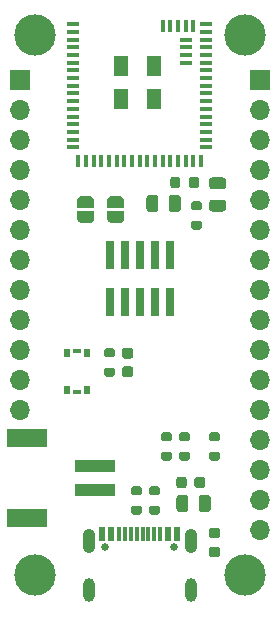
<source format=gbr>
%TF.GenerationSoftware,KiCad,Pcbnew,5.1.7-a382d34a8~88~ubuntu18.04.1*%
%TF.CreationDate,2022-09-03T09:09:10-04:00*%
%TF.ProjectId,project-MS88SF3-breakout,70726f6a-6563-4742-9d4d-533838534633,rev?*%
%TF.SameCoordinates,Original*%
%TF.FileFunction,Soldermask,Top*%
%TF.FilePolarity,Negative*%
%FSLAX46Y46*%
G04 Gerber Fmt 4.6, Leading zero omitted, Abs format (unit mm)*
G04 Created by KiCad (PCBNEW 5.1.7-a382d34a8~88~ubuntu18.04.1) date 2022-09-03 09:09:10*
%MOMM*%
%LPD*%
G01*
G04 APERTURE LIST*
%ADD10R,1.300000X1.800000*%
%ADD11R,1.100000X0.350000*%
%ADD12R,0.350000X1.100000*%
%ADD13O,1.700000X1.700000*%
%ADD14R,1.700000X1.700000*%
%ADD15R,0.300000X1.150000*%
%ADD16R,0.600000X1.150000*%
%ADD17C,0.650000*%
%ADD18O,1.050000X2.100000*%
%ADD19O,1.000000X2.000000*%
%ADD20R,0.700000X0.350000*%
%ADD21R,0.600000X0.650000*%
%ADD22R,3.400000X1.500000*%
%ADD23R,3.500000X1.000000*%
%ADD24C,3.500000*%
%ADD25C,0.100000*%
%ADD26R,0.740000X2.400000*%
G04 APERTURE END LIST*
%TO.C,C6*%
G36*
G01*
X53627000Y-97224000D02*
X54577000Y-97224000D01*
G75*
G02*
X54827000Y-97474000I0J-250000D01*
G01*
X54827000Y-97974000D01*
G75*
G02*
X54577000Y-98224000I-250000J0D01*
G01*
X53627000Y-98224000D01*
G75*
G02*
X53377000Y-97974000I0J250000D01*
G01*
X53377000Y-97474000D01*
G75*
G02*
X53627000Y-97224000I250000J0D01*
G01*
G37*
G36*
G01*
X53627000Y-95324000D02*
X54577000Y-95324000D01*
G75*
G02*
X54827000Y-95574000I0J-250000D01*
G01*
X54827000Y-96074000D01*
G75*
G02*
X54577000Y-96324000I-250000J0D01*
G01*
X53627000Y-96324000D01*
G75*
G02*
X53377000Y-96074000I0J250000D01*
G01*
X53377000Y-95574000D01*
G75*
G02*
X53627000Y-95324000I250000J0D01*
G01*
G37*
%TD*%
D10*
%TO.C,U1*%
X45948000Y-88721000D03*
X48748000Y-88721000D03*
X48748000Y-85871000D03*
X45948000Y-85871000D03*
D11*
X51398000Y-85621000D03*
X51398000Y-84971000D03*
X51398000Y-84321000D03*
X51398000Y-83671000D03*
D12*
X49448000Y-82471000D03*
X50098000Y-82471000D03*
X50748000Y-82471000D03*
X51398000Y-82471000D03*
X51998000Y-82471000D03*
D11*
X53098000Y-82371000D03*
X53098000Y-83021000D03*
X53098000Y-83671000D03*
X53098000Y-84321000D03*
X53098000Y-84971000D03*
X53098000Y-85621000D03*
X53098000Y-86271000D03*
X53098000Y-86921000D03*
X53098000Y-87571000D03*
X53098000Y-88221000D03*
X53098000Y-88871000D03*
X53098000Y-89521000D03*
X53098000Y-90171000D03*
X53098000Y-90821000D03*
X53098000Y-91471000D03*
X53098000Y-92121000D03*
X53098000Y-92771000D03*
D12*
X52698000Y-93971000D03*
X52048000Y-93971000D03*
X51398000Y-93971000D03*
X50748000Y-93971000D03*
X50098000Y-93971000D03*
X49448000Y-93971000D03*
X48798000Y-93971000D03*
X48148000Y-93971000D03*
X47498000Y-93971000D03*
X46848000Y-93971000D03*
X46198000Y-93971000D03*
X45548000Y-93971000D03*
X44898000Y-93971000D03*
X44248000Y-93971000D03*
X43598000Y-93971000D03*
X42948000Y-93971000D03*
X42298000Y-93971000D03*
D11*
X41898000Y-92771000D03*
X41898000Y-92121000D03*
X41898000Y-91471000D03*
X41898000Y-90821000D03*
X41898000Y-90171000D03*
X41898000Y-89521000D03*
X41898000Y-88871000D03*
X41898000Y-88221000D03*
X41898000Y-87571000D03*
X41898000Y-86921000D03*
X41898000Y-86271000D03*
X41898000Y-85621000D03*
X41898000Y-84971000D03*
X41898000Y-84321000D03*
X41898000Y-83671000D03*
X41898000Y-83021000D03*
X41898000Y-82371000D03*
%TD*%
D13*
%TO.C,J4*%
X37338000Y-115062000D03*
X37338000Y-112522000D03*
X37338000Y-109982000D03*
X37338000Y-107442000D03*
X37338000Y-104902000D03*
X37338000Y-102362000D03*
X37338000Y-99822000D03*
X37338000Y-97282000D03*
X37338000Y-94742000D03*
X37338000Y-92202000D03*
X37338000Y-89662000D03*
D14*
X37338000Y-87122000D03*
%TD*%
D15*
%TO.C,J3*%
X45748000Y-125547000D03*
X46248000Y-125547000D03*
X46748000Y-125547000D03*
X49248000Y-125547000D03*
X48748000Y-125547000D03*
X48248000Y-125547000D03*
X47248000Y-125547000D03*
X47748000Y-125547000D03*
D16*
X49898000Y-125547000D03*
X45098000Y-125547000D03*
X50698000Y-125547000D03*
X44298000Y-125547000D03*
D17*
X44608000Y-126622000D03*
X50388000Y-126622000D03*
D18*
X51818000Y-126122000D03*
X43178000Y-126122000D03*
D19*
X51818000Y-130302000D03*
X43178000Y-130302000D03*
%TD*%
D13*
%TO.C,J5*%
X57658000Y-125222000D03*
X57658000Y-122682000D03*
X57658000Y-120142000D03*
X57658000Y-117602000D03*
X57658000Y-115062000D03*
X57658000Y-112522000D03*
X57658000Y-109982000D03*
X57658000Y-107442000D03*
X57658000Y-104902000D03*
X57658000Y-102362000D03*
X57658000Y-99822000D03*
X57658000Y-97282000D03*
X57658000Y-94742000D03*
X57658000Y-92202000D03*
X57658000Y-89662000D03*
D14*
X57658000Y-87122000D03*
%TD*%
D20*
%TO.C,S1*%
X42164000Y-110035000D03*
X42164000Y-113485000D03*
D21*
X43014000Y-110185000D03*
X43014000Y-113335000D03*
X41314000Y-110185000D03*
X41314000Y-113335000D03*
%TD*%
D22*
%TO.C,J2*%
X37938000Y-117427000D03*
X37938000Y-124127000D03*
D23*
X43688000Y-119777000D03*
X43688000Y-121777000D03*
%TD*%
D24*
%TO.C,H2*%
X56388000Y-83312000D03*
%TD*%
%TO.C,H1*%
X38608000Y-83312000D03*
%TD*%
%TO.C,R7*%
G36*
G01*
X46969000Y-123107000D02*
X47519000Y-123107000D01*
G75*
G02*
X47719000Y-123307000I0J-200000D01*
G01*
X47719000Y-123707000D01*
G75*
G02*
X47519000Y-123907000I-200000J0D01*
G01*
X46969000Y-123907000D01*
G75*
G02*
X46769000Y-123707000I0J200000D01*
G01*
X46769000Y-123307000D01*
G75*
G02*
X46969000Y-123107000I200000J0D01*
G01*
G37*
G36*
G01*
X46969000Y-121457000D02*
X47519000Y-121457000D01*
G75*
G02*
X47719000Y-121657000I0J-200000D01*
G01*
X47719000Y-122057000D01*
G75*
G02*
X47519000Y-122257000I-200000J0D01*
G01*
X46969000Y-122257000D01*
G75*
G02*
X46769000Y-122057000I0J200000D01*
G01*
X46769000Y-121657000D01*
G75*
G02*
X46969000Y-121457000I200000J0D01*
G01*
G37*
%TD*%
%TO.C,R6*%
G36*
G01*
X48493000Y-123107000D02*
X49043000Y-123107000D01*
G75*
G02*
X49243000Y-123307000I0J-200000D01*
G01*
X49243000Y-123707000D01*
G75*
G02*
X49043000Y-123907000I-200000J0D01*
G01*
X48493000Y-123907000D01*
G75*
G02*
X48293000Y-123707000I0J200000D01*
G01*
X48293000Y-123307000D01*
G75*
G02*
X48493000Y-123107000I200000J0D01*
G01*
G37*
G36*
G01*
X48493000Y-121457000D02*
X49043000Y-121457000D01*
G75*
G02*
X49243000Y-121657000I0J-200000D01*
G01*
X49243000Y-122057000D01*
G75*
G02*
X49043000Y-122257000I-200000J0D01*
G01*
X48493000Y-122257000D01*
G75*
G02*
X48293000Y-122057000I0J200000D01*
G01*
X48293000Y-121657000D01*
G75*
G02*
X48493000Y-121457000I200000J0D01*
G01*
G37*
%TD*%
%TO.C,R5*%
G36*
G01*
X51583000Y-117685000D02*
X51033000Y-117685000D01*
G75*
G02*
X50833000Y-117485000I0J200000D01*
G01*
X50833000Y-117085000D01*
G75*
G02*
X51033000Y-116885000I200000J0D01*
G01*
X51583000Y-116885000D01*
G75*
G02*
X51783000Y-117085000I0J-200000D01*
G01*
X51783000Y-117485000D01*
G75*
G02*
X51583000Y-117685000I-200000J0D01*
G01*
G37*
G36*
G01*
X51583000Y-119335000D02*
X51033000Y-119335000D01*
G75*
G02*
X50833000Y-119135000I0J200000D01*
G01*
X50833000Y-118735000D01*
G75*
G02*
X51033000Y-118535000I200000J0D01*
G01*
X51583000Y-118535000D01*
G75*
G02*
X51783000Y-118735000I0J-200000D01*
G01*
X51783000Y-119135000D01*
G75*
G02*
X51583000Y-119335000I-200000J0D01*
G01*
G37*
%TD*%
%TO.C,R4*%
G36*
G01*
X50059000Y-117685000D02*
X49509000Y-117685000D01*
G75*
G02*
X49309000Y-117485000I0J200000D01*
G01*
X49309000Y-117085000D01*
G75*
G02*
X49509000Y-116885000I200000J0D01*
G01*
X50059000Y-116885000D01*
G75*
G02*
X50259000Y-117085000I0J-200000D01*
G01*
X50259000Y-117485000D01*
G75*
G02*
X50059000Y-117685000I-200000J0D01*
G01*
G37*
G36*
G01*
X50059000Y-119335000D02*
X49509000Y-119335000D01*
G75*
G02*
X49309000Y-119135000I0J200000D01*
G01*
X49309000Y-118735000D01*
G75*
G02*
X49509000Y-118535000I200000J0D01*
G01*
X50059000Y-118535000D01*
G75*
G02*
X50259000Y-118735000I0J-200000D01*
G01*
X50259000Y-119135000D01*
G75*
G02*
X50059000Y-119335000I-200000J0D01*
G01*
G37*
%TD*%
%TO.C,R3*%
G36*
G01*
X52599000Y-98127000D02*
X52049000Y-98127000D01*
G75*
G02*
X51849000Y-97927000I0J200000D01*
G01*
X51849000Y-97527000D01*
G75*
G02*
X52049000Y-97327000I200000J0D01*
G01*
X52599000Y-97327000D01*
G75*
G02*
X52799000Y-97527000I0J-200000D01*
G01*
X52799000Y-97927000D01*
G75*
G02*
X52599000Y-98127000I-200000J0D01*
G01*
G37*
G36*
G01*
X52599000Y-99777000D02*
X52049000Y-99777000D01*
G75*
G02*
X51849000Y-99577000I0J200000D01*
G01*
X51849000Y-99177000D01*
G75*
G02*
X52049000Y-98977000I200000J0D01*
G01*
X52599000Y-98977000D01*
G75*
G02*
X52799000Y-99177000I0J-200000D01*
G01*
X52799000Y-99577000D01*
G75*
G02*
X52599000Y-99777000I-200000J0D01*
G01*
G37*
%TD*%
%TO.C,R2*%
G36*
G01*
X54123000Y-117685000D02*
X53573000Y-117685000D01*
G75*
G02*
X53373000Y-117485000I0J200000D01*
G01*
X53373000Y-117085000D01*
G75*
G02*
X53573000Y-116885000I200000J0D01*
G01*
X54123000Y-116885000D01*
G75*
G02*
X54323000Y-117085000I0J-200000D01*
G01*
X54323000Y-117485000D01*
G75*
G02*
X54123000Y-117685000I-200000J0D01*
G01*
G37*
G36*
G01*
X54123000Y-119335000D02*
X53573000Y-119335000D01*
G75*
G02*
X53373000Y-119135000I0J200000D01*
G01*
X53373000Y-118735000D01*
G75*
G02*
X53573000Y-118535000I200000J0D01*
G01*
X54123000Y-118535000D01*
G75*
G02*
X54323000Y-118735000I0J-200000D01*
G01*
X54323000Y-119135000D01*
G75*
G02*
X54123000Y-119335000I-200000J0D01*
G01*
G37*
%TD*%
%TO.C,R1*%
G36*
G01*
X45233000Y-110573000D02*
X44683000Y-110573000D01*
G75*
G02*
X44483000Y-110373000I0J200000D01*
G01*
X44483000Y-109973000D01*
G75*
G02*
X44683000Y-109773000I200000J0D01*
G01*
X45233000Y-109773000D01*
G75*
G02*
X45433000Y-109973000I0J-200000D01*
G01*
X45433000Y-110373000D01*
G75*
G02*
X45233000Y-110573000I-200000J0D01*
G01*
G37*
G36*
G01*
X45233000Y-112223000D02*
X44683000Y-112223000D01*
G75*
G02*
X44483000Y-112023000I0J200000D01*
G01*
X44483000Y-111623000D01*
G75*
G02*
X44683000Y-111423000I200000J0D01*
G01*
X45233000Y-111423000D01*
G75*
G02*
X45433000Y-111623000I0J-200000D01*
G01*
X45433000Y-112023000D01*
G75*
G02*
X45233000Y-112223000I-200000J0D01*
G01*
G37*
%TD*%
%TO.C,L1*%
G36*
G01*
X51658000Y-96014250D02*
X51658000Y-95501750D01*
G75*
G02*
X51876750Y-95283000I218750J0D01*
G01*
X52314250Y-95283000D01*
G75*
G02*
X52533000Y-95501750I0J-218750D01*
G01*
X52533000Y-96014250D01*
G75*
G02*
X52314250Y-96233000I-218750J0D01*
G01*
X51876750Y-96233000D01*
G75*
G02*
X51658000Y-96014250I0J218750D01*
G01*
G37*
G36*
G01*
X50083000Y-96014250D02*
X50083000Y-95501750D01*
G75*
G02*
X50301750Y-95283000I218750J0D01*
G01*
X50739250Y-95283000D01*
G75*
G02*
X50958000Y-95501750I0J-218750D01*
G01*
X50958000Y-96014250D01*
G75*
G02*
X50739250Y-96233000I-218750J0D01*
G01*
X50301750Y-96233000D01*
G75*
G02*
X50083000Y-96014250I0J218750D01*
G01*
G37*
%TD*%
D25*
%TO.C,JP2*%
G36*
X42176602Y-97394000D02*
G01*
X42176602Y-97369466D01*
X42181412Y-97320635D01*
X42190984Y-97272510D01*
X42205228Y-97225555D01*
X42224005Y-97180222D01*
X42247136Y-97136949D01*
X42274396Y-97096150D01*
X42305524Y-97058221D01*
X42340221Y-97023524D01*
X42378150Y-96992396D01*
X42418949Y-96965136D01*
X42462222Y-96942005D01*
X42507555Y-96923228D01*
X42554510Y-96908984D01*
X42602635Y-96899412D01*
X42651466Y-96894602D01*
X42676000Y-96894602D01*
X42676000Y-96894000D01*
X43176000Y-96894000D01*
X43176000Y-96894602D01*
X43200534Y-96894602D01*
X43249365Y-96899412D01*
X43297490Y-96908984D01*
X43344445Y-96923228D01*
X43389778Y-96942005D01*
X43433051Y-96965136D01*
X43473850Y-96992396D01*
X43511779Y-97023524D01*
X43546476Y-97058221D01*
X43577604Y-97096150D01*
X43604864Y-97136949D01*
X43627995Y-97180222D01*
X43646772Y-97225555D01*
X43661016Y-97272510D01*
X43670588Y-97320635D01*
X43675398Y-97369466D01*
X43675398Y-97394000D01*
X43676000Y-97394000D01*
X43676000Y-97894000D01*
X42176000Y-97894000D01*
X42176000Y-97394000D01*
X42176602Y-97394000D01*
G37*
G36*
X43676000Y-98194000D02*
G01*
X43676000Y-98694000D01*
X43675398Y-98694000D01*
X43675398Y-98718534D01*
X43670588Y-98767365D01*
X43661016Y-98815490D01*
X43646772Y-98862445D01*
X43627995Y-98907778D01*
X43604864Y-98951051D01*
X43577604Y-98991850D01*
X43546476Y-99029779D01*
X43511779Y-99064476D01*
X43473850Y-99095604D01*
X43433051Y-99122864D01*
X43389778Y-99145995D01*
X43344445Y-99164772D01*
X43297490Y-99179016D01*
X43249365Y-99188588D01*
X43200534Y-99193398D01*
X43176000Y-99193398D01*
X43176000Y-99194000D01*
X42676000Y-99194000D01*
X42676000Y-99193398D01*
X42651466Y-99193398D01*
X42602635Y-99188588D01*
X42554510Y-99179016D01*
X42507555Y-99164772D01*
X42462222Y-99145995D01*
X42418949Y-99122864D01*
X42378150Y-99095604D01*
X42340221Y-99064476D01*
X42305524Y-99029779D01*
X42274396Y-98991850D01*
X42247136Y-98951051D01*
X42224005Y-98907778D01*
X42205228Y-98862445D01*
X42190984Y-98815490D01*
X42181412Y-98767365D01*
X42176602Y-98718534D01*
X42176602Y-98694000D01*
X42176000Y-98694000D01*
X42176000Y-98194000D01*
X43676000Y-98194000D01*
G37*
%TD*%
%TO.C,JP1*%
G36*
X46216000Y-98194000D02*
G01*
X46216000Y-98694000D01*
X46215398Y-98694000D01*
X46215398Y-98718534D01*
X46210588Y-98767365D01*
X46201016Y-98815490D01*
X46186772Y-98862445D01*
X46167995Y-98907778D01*
X46144864Y-98951051D01*
X46117604Y-98991850D01*
X46086476Y-99029779D01*
X46051779Y-99064476D01*
X46013850Y-99095604D01*
X45973051Y-99122864D01*
X45929778Y-99145995D01*
X45884445Y-99164772D01*
X45837490Y-99179016D01*
X45789365Y-99188588D01*
X45740534Y-99193398D01*
X45716000Y-99193398D01*
X45716000Y-99194000D01*
X45216000Y-99194000D01*
X45216000Y-99193398D01*
X45191466Y-99193398D01*
X45142635Y-99188588D01*
X45094510Y-99179016D01*
X45047555Y-99164772D01*
X45002222Y-99145995D01*
X44958949Y-99122864D01*
X44918150Y-99095604D01*
X44880221Y-99064476D01*
X44845524Y-99029779D01*
X44814396Y-98991850D01*
X44787136Y-98951051D01*
X44764005Y-98907778D01*
X44745228Y-98862445D01*
X44730984Y-98815490D01*
X44721412Y-98767365D01*
X44716602Y-98718534D01*
X44716602Y-98694000D01*
X44716000Y-98694000D01*
X44716000Y-98194000D01*
X46216000Y-98194000D01*
G37*
G36*
X44716602Y-97394000D02*
G01*
X44716602Y-97369466D01*
X44721412Y-97320635D01*
X44730984Y-97272510D01*
X44745228Y-97225555D01*
X44764005Y-97180222D01*
X44787136Y-97136949D01*
X44814396Y-97096150D01*
X44845524Y-97058221D01*
X44880221Y-97023524D01*
X44918150Y-96992396D01*
X44958949Y-96965136D01*
X45002222Y-96942005D01*
X45047555Y-96923228D01*
X45094510Y-96908984D01*
X45142635Y-96899412D01*
X45191466Y-96894602D01*
X45216000Y-96894602D01*
X45216000Y-96894000D01*
X45716000Y-96894000D01*
X45716000Y-96894602D01*
X45740534Y-96894602D01*
X45789365Y-96899412D01*
X45837490Y-96908984D01*
X45884445Y-96923228D01*
X45929778Y-96942005D01*
X45973051Y-96965136D01*
X46013850Y-96992396D01*
X46051779Y-97023524D01*
X46086476Y-97058221D01*
X46117604Y-97096150D01*
X46144864Y-97136949D01*
X46167995Y-97180222D01*
X46186772Y-97225555D01*
X46201016Y-97272510D01*
X46210588Y-97320635D01*
X46215398Y-97369466D01*
X46215398Y-97394000D01*
X46216000Y-97394000D01*
X46216000Y-97894000D01*
X44716000Y-97894000D01*
X44716000Y-97394000D01*
X44716602Y-97394000D01*
G37*
%TD*%
D26*
%TO.C,J1*%
X44958000Y-105836000D03*
X44958000Y-101936000D03*
X46228000Y-105836000D03*
X46228000Y-101936000D03*
X47498000Y-105836000D03*
X47498000Y-101936000D03*
X48768000Y-105836000D03*
X48768000Y-101936000D03*
X50038000Y-105836000D03*
X50038000Y-101936000D03*
%TD*%
D24*
%TO.C,H4*%
X56388000Y-129032000D03*
%TD*%
%TO.C,H3*%
X38608000Y-129032000D03*
%TD*%
%TO.C,D1*%
G36*
G01*
X54104250Y-125888000D02*
X53591750Y-125888000D01*
G75*
G02*
X53373000Y-125669250I0J218750D01*
G01*
X53373000Y-125231750D01*
G75*
G02*
X53591750Y-125013000I218750J0D01*
G01*
X54104250Y-125013000D01*
G75*
G02*
X54323000Y-125231750I0J-218750D01*
G01*
X54323000Y-125669250D01*
G75*
G02*
X54104250Y-125888000I-218750J0D01*
G01*
G37*
G36*
G01*
X54104250Y-127463000D02*
X53591750Y-127463000D01*
G75*
G02*
X53373000Y-127244250I0J218750D01*
G01*
X53373000Y-126806750D01*
G75*
G02*
X53591750Y-126588000I218750J0D01*
G01*
X54104250Y-126588000D01*
G75*
G02*
X54323000Y-126806750I0J-218750D01*
G01*
X54323000Y-127244250D01*
G75*
G02*
X54104250Y-127463000I-218750J0D01*
G01*
G37*
%TD*%
%TO.C,C5*%
G36*
G01*
X52141000Y-121408000D02*
X52141000Y-120908000D01*
G75*
G02*
X52366000Y-120683000I225000J0D01*
G01*
X52816000Y-120683000D01*
G75*
G02*
X53041000Y-120908000I0J-225000D01*
G01*
X53041000Y-121408000D01*
G75*
G02*
X52816000Y-121633000I-225000J0D01*
G01*
X52366000Y-121633000D01*
G75*
G02*
X52141000Y-121408000I0J225000D01*
G01*
G37*
G36*
G01*
X50591000Y-121408000D02*
X50591000Y-120908000D01*
G75*
G02*
X50816000Y-120683000I225000J0D01*
G01*
X51266000Y-120683000D01*
G75*
G02*
X51491000Y-120908000I0J-225000D01*
G01*
X51491000Y-121408000D01*
G75*
G02*
X51266000Y-121633000I-225000J0D01*
G01*
X50816000Y-121633000D01*
G75*
G02*
X50591000Y-121408000I0J225000D01*
G01*
G37*
%TD*%
%TO.C,C4*%
G36*
G01*
X52520000Y-123411000D02*
X52520000Y-122461000D01*
G75*
G02*
X52770000Y-122211000I250000J0D01*
G01*
X53270000Y-122211000D01*
G75*
G02*
X53520000Y-122461000I0J-250000D01*
G01*
X53520000Y-123411000D01*
G75*
G02*
X53270000Y-123661000I-250000J0D01*
G01*
X52770000Y-123661000D01*
G75*
G02*
X52520000Y-123411000I0J250000D01*
G01*
G37*
G36*
G01*
X50620000Y-123411000D02*
X50620000Y-122461000D01*
G75*
G02*
X50870000Y-122211000I250000J0D01*
G01*
X51370000Y-122211000D01*
G75*
G02*
X51620000Y-122461000I0J-250000D01*
G01*
X51620000Y-123411000D01*
G75*
G02*
X51370000Y-123661000I-250000J0D01*
G01*
X50870000Y-123661000D01*
G75*
G02*
X50620000Y-123411000I0J250000D01*
G01*
G37*
%TD*%
%TO.C,C2*%
G36*
G01*
X49080000Y-97061000D02*
X49080000Y-98011000D01*
G75*
G02*
X48830000Y-98261000I-250000J0D01*
G01*
X48330000Y-98261000D01*
G75*
G02*
X48080000Y-98011000I0J250000D01*
G01*
X48080000Y-97061000D01*
G75*
G02*
X48330000Y-96811000I250000J0D01*
G01*
X48830000Y-96811000D01*
G75*
G02*
X49080000Y-97061000I0J-250000D01*
G01*
G37*
G36*
G01*
X50980000Y-97061000D02*
X50980000Y-98011000D01*
G75*
G02*
X50730000Y-98261000I-250000J0D01*
G01*
X50230000Y-98261000D01*
G75*
G02*
X49980000Y-98011000I0J250000D01*
G01*
X49980000Y-97061000D01*
G75*
G02*
X50230000Y-96811000I250000J0D01*
G01*
X50730000Y-96811000D01*
G75*
G02*
X50980000Y-97061000I0J-250000D01*
G01*
G37*
%TD*%
%TO.C,C1*%
G36*
G01*
X46232000Y-111323000D02*
X46732000Y-111323000D01*
G75*
G02*
X46957000Y-111548000I0J-225000D01*
G01*
X46957000Y-111998000D01*
G75*
G02*
X46732000Y-112223000I-225000J0D01*
G01*
X46232000Y-112223000D01*
G75*
G02*
X46007000Y-111998000I0J225000D01*
G01*
X46007000Y-111548000D01*
G75*
G02*
X46232000Y-111323000I225000J0D01*
G01*
G37*
G36*
G01*
X46232000Y-109773000D02*
X46732000Y-109773000D01*
G75*
G02*
X46957000Y-109998000I0J-225000D01*
G01*
X46957000Y-110448000D01*
G75*
G02*
X46732000Y-110673000I-225000J0D01*
G01*
X46232000Y-110673000D01*
G75*
G02*
X46007000Y-110448000I0J225000D01*
G01*
X46007000Y-109998000D01*
G75*
G02*
X46232000Y-109773000I225000J0D01*
G01*
G37*
%TD*%
M02*

</source>
